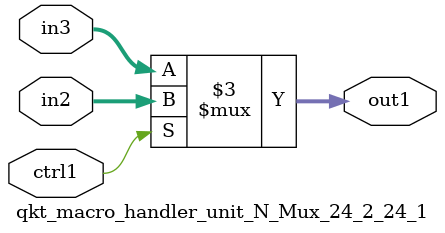
<source format=v>

`timescale 1ps / 1ps


module qkt_macro_handler_unit_N_Mux_24_2_24_1( in3, in2, ctrl1, out1 );

    input [23:0] in3;
    input [23:0] in2;
    input ctrl1;
    output [23:0] out1;
    reg [23:0] out1;

    
    // rtl_process:qkt_macro_handler_unit_N_Mux_24_2_24_1/qkt_macro_handler_unit_N_Mux_24_2_24_1_thread_1
    always @*
      begin : qkt_macro_handler_unit_N_Mux_24_2_24_1_thread_1
        case (ctrl1) 
          1'b1: 
            begin
              out1 = in2;
            end
          default: 
            begin
              out1 = in3;
            end
        endcase
      end

endmodule





</source>
